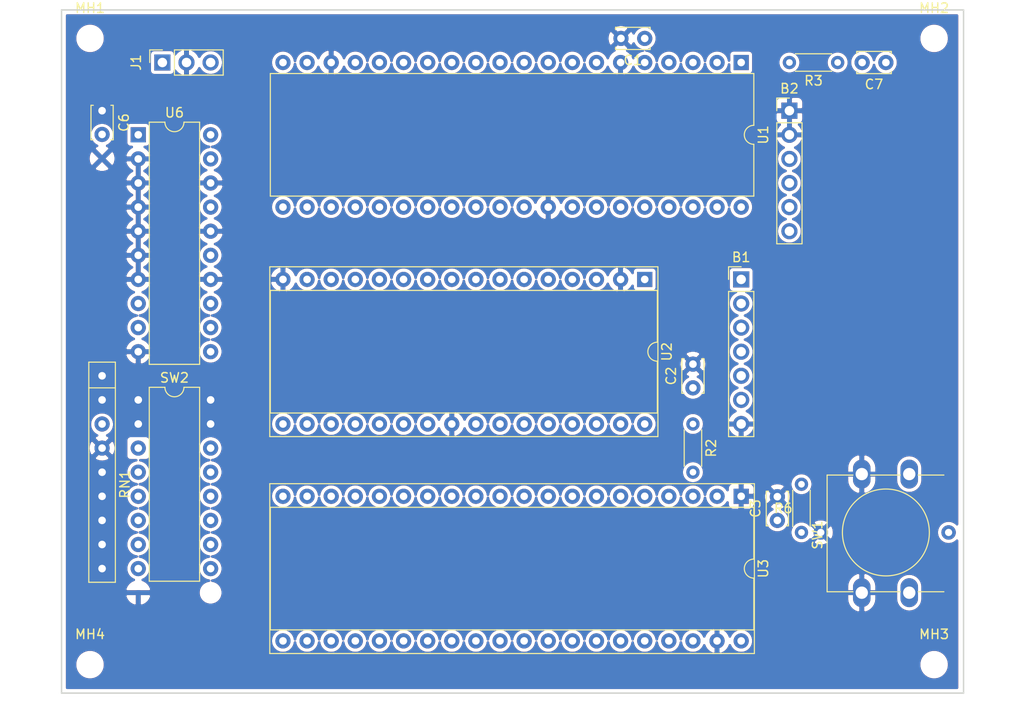
<source format=kicad_pcb>
(kicad_pcb (version 20211014) (generator pcbnew)
  (layers (0 "F.Cu" signal) (31 "B.Cu" signal) (34 "B.Paste" user) (35 "F.Paste" user) (36 "B.SilkS" user "B.Silkscreen") (37 "F.SilkS" user "F.Silkscreen") (38 "B.Mask" user) (39 "F.Mask" user) (44 "Edge.Cuts" user))
  (net 0 "")
  (net 1 "GND")
  (net 2 "/A13")
  (net 3 "VCC")
  (net 4 "/A14")
  (net 5 "/A15")
  (net 6 "/D7")
  (net 7 "/D6")
  (net 8 "/D5")
  (net 9 "/D4")
  (net 10 "/A0")
  (net 11 "/D3")
  (net 12 "/A1")
  (net 13 "/D2")
  (net 14 "/A2")
  (net 15 "/D1")
  (net 16 "/A3")
  (net 17 "/D0")
  (net 18 "/A4")
  (net 19 "/A5")
  (net 20 "/A6")
  (net 21 "/A7")
  (net 22 "/A8")
  (net 23 "/A9")
  (net 24 "/A10")
  (net 25 "/A11")
  (net 26 "/A12")
  (net 27 "/BS")
  (net 28 "/BA")
  (net 29 "/AVMA")
  (net 30 "/LIC")
  (net 31 "/SD_DI")
  (net 32 "/SD_DO")
  (net 33 "/SD_SCK")
  (net 34 "/RD_WR")
  (net 35 "/DBG_RX")
  (net 36 "/DBG_TX")
  (net 37 "/~{USR_SW}")
  (net 38 "Net-(B2-Pad6)")
  (net 39 "Net-(J1-Pad1)")
  (net 40 "Net-(R6-Pad1)")
  (net 41 "/~{SD_CS}")
  (net 42 "/~{RAM_E}")
  (net 43 "/~{HALT}")
  (net 44 "/~{RESET}")
  (net 45 "/~{NMI}")
  (net 46 "/~{IRQ}")
  (net 47 "/~{DBG_RESET}")
  (net 48 "Net-(R2-Pad2)")
  (net 49 "/USR_LED")
  (net 50 "/BUSY")
  (net 51 "/E_CLK")
  (net 52 "/~{IOR}")
  (net 53 "/Q_CLK")
  (net 54 "Net-(RN1-Pad9)")
  (net 55 "Net-(RN1-Pad8)")
  (net 56 "Net-(RN1-Pad7)")
  (net 57 "Net-(RN1-Pad6)")
  (net 58 "Net-(RN1-Pad5)")
  (net 59 "Net-(RN1-Pad4)")
  (net 60 "Net-(RN1-Pad3)")
  (net 61 "Net-(RN1-Pad2)")
  (footprint "Capacitor_THT:C_Disc_D3.4mm_W2.1mm_P2.50mm" (layer "F.Cu") (at 159.42 70 180)
    (fp_text reference "C1" (at 1.25 -2.3) (layer "F.SilkS"))
    (fp_text value "0.1u")
    (fp_line (start -0.57 -1.17) (end -0.57 -0.925) (layer "F.SilkS") (width 0.12))
    (fp_line (start -0.57 -1.17) (end 3.07 -1.17) (layer "F.SilkS") (width 0.12))
    (fp_line (start 3.07 -1.17) (end 3.07 -0.925) (layer "F.SilkS") (width 0.12))
    (fp_line (start 3.07 0.925) (end 3.07 1.17) (layer "F.SilkS") (width 0.12))
    (fp_line (start -0.57 0.925) (end -0.57 1.17) (layer "F.SilkS") (width 0.12))
    (fp_line (start -0.57 1.17) (end 3.07 1.17) (layer "F.SilkS") (width 0.12))
    (pad "1" thru_hole circle locked (at 0 0 180) (size 1.6 1.6) (drill 0.8) (layers *.Cu *.Mask) (net 3 "VCC"))
    (pad "2" thru_hole circle locked (at 2.5 0 180) (size 1.6 1.6) (drill 0.8) (layers *.Cu *.Mask) (net 1 "GND"))
  )
  (footprint "MountingHole:MountingHole_2.2mm_M2" (layer "F.Cu") (at 189.9 70)
    (fp_text reference "MH2" (at 0 -3.2) (layer "F.SilkS"))
    (fp_text value "MountingHole_2.2mm_M2")
    (pad "" np_thru_hole circle locked (at 0 0) (size 2.2 2.2) (drill 2.2) (layers *.Cu *.Mask))
  )
  (footprint "MountingHole:MountingHole_2.2mm_M2" (layer "F.Cu") (at 189.9 136)
    (fp_text reference "MH3" (at 0 -3.2) (layer "F.SilkS"))
    (fp_text value "MountingHole_2.2mm_M2")
    (pad "" np_thru_hole circle locked (at 0 0) (size 2.2 2.2) (drill 2.2) (layers *.Cu *.Mask))
  )
  (footprint "MountingHole:MountingHole_2.2mm_M2" (layer "F.Cu") (at 101 136)
    (fp_text reference "MH4" (at 0 -3.2) (layer "F.SilkS"))
    (fp_text value "MountingHole_2.2mm_M2")
    (pad "" np_thru_hole circle locked (at 0 0) (size 2.2 2.2) (drill 2.2) (layers *.Cu *.Mask))
  )
  (footprint "MountingHole:MountingHole_2.2mm_M2" (layer "F.Cu") (at 101 70)
    (fp_text reference "MH1" (at 0 -3.2) (layer "F.SilkS"))
    (fp_text value "MountingHole_2.2mm_M2")
    (pad "" np_thru_hole circle locked (at 0 0) (size 2.2 2.2) (drill 2.2) (layers *.Cu *.Mask))
  )
  (footprint "Package_DIP:DIP-40_W15.24mm" (layer "F.Cu") (at 169.58 72.54 -90)
    (fp_text reference "U1" (at 7.62 -2.33 90) (layer "F.SilkS"))
    (fp_text value "ATmega4809-P")
    (fp_line (start 14.08 -1.33) (end 8.62 -1.33) (layer "F.SilkS") (width 0.12))
    (fp_line (start 1.16 49.59) (end 14.08 49.59) (layer "F.SilkS") (width 0.12))
    (fp_line (start 6.62 -1.33) (end 1.16 -1.33) (layer "F.SilkS") (width 0.12))
    (fp_line (start 1.16 -1.33) (end 1.16 49.59) (layer "F.SilkS") (width 0.12))
    (fp_line (start 14.08 49.59) (end 14.08 -1.33) (layer "F.SilkS") (width 0.12))
    (fp_arc (start 8.62 -1.33) (mid 7.62 -0.33) (end 6.62 -1.33) (layer "F.SilkS") (width 0.12))
    (pad "1" thru_hole rect locked (at 0 0 270) (size 1.6 1.6) (drill 0.8) (layers *.Cu *.Mask) (net 35 "/DBG_RX"))
    (pad "2" thru_hole oval locked (at 0 2.54 270) (size 1.6 1.6) (drill 0.8) (layers *.Cu *.Mask) (net 36 "/DBG_TX"))
    (pad "3" thru_hole oval locked (at 0 5.08 270) (size 1.6 1.6) (drill 0.8) (layers *.Cu *.Mask) (net 53 "/Q_CLK"))
    (pad "4" thru_hole oval locked (at 0 7.62 270) (size 1.6 1.6) (drill 0.8) (layers *.Cu *.Mask) (net 42 "/~{RAM_E}"))
    (pad "5" thru_hole oval locked (at 0 10.16 270) (size 1.6 1.6) (drill 0.8) (layers *.Cu *.Mask) (net 3 "VCC"))
    (pad "6" thru_hole oval locked (at 0 12.7 270) (size 1.6 1.6) (drill 0.8) (layers *.Cu *.Mask) (net 1 "GND"))
    (pad "7" thru_hole oval locked (at 0 15.24 270) (size 1.6 1.6) (drill 0.8) (layers *.Cu *.Mask) (net 10 "/A0"))
    (pad "8" thru_hole oval locked (at 0 17.78 270) (size 1.6 1.6) (drill 0.8) (layers *.Cu *.Mask) (net 12 "/A1"))
    (pad "9" thru_hole oval locked (at 0 20.32 270) (size 1.6 1.6) (drill 0.8) (layers *.Cu *.Mask) (net 44 "/~{RESET}"))
    (pad "10" thru_hole oval locked (at 0 22.86 270) (size 1.6 1.6) (drill 0.8) (layers *.Cu *.Mask) (net 30 "/LIC"))
    (pad "11" thru_hole oval locked (at 0 25.4 270) (size 1.6 1.6) (drill 0.8) (layers *.Cu *.Mask) (net 34 "/RD_WR"))
    (pad "12" thru_hole oval locked (at 0 27.94 270) (size 1.6 1.6) (drill 0.8) (layers *.Cu *.Mask) (net 29 "/AVMA"))
    (pad "13" thru_hole oval locked (at 0 30.48 270) (size 1.6 1.6) (drill 0.8) (layers *.Cu *.Mask) (net 27 "/BS"))
    (pad "14" thru_hole oval locked (at 0 33.02 270) (size 1.6 1.6) (drill 0.8) (layers *.Cu *.Mask) (net 28 "/BA"))
    (pad "15" thru_hole oval locked (at 0 35.56 270) (size 1.6 1.6) (drill 0.8) (layers *.Cu *.Mask) (net 43 "/~{HALT}"))
    (pad "16" thru_hole oval locked (at 0 38.1 270) (size 1.6 1.6) (drill 0.8) (layers *.Cu *.Mask) (net 50 "/BUSY"))
    (pad "17" thru_hole oval locked (at 0 40.64 270) (size 1.6 1.6) (drill 0.8) (layers *.Cu *.Mask) (net 3 "VCC"))
    (pad "18" thru_hole oval locked (at 0 43.18 270) (size 1.6 1.6) (drill 0.8) (layers *.Cu *.Mask) (net 1 "GND"))
    (pad "19" thru_hole oval locked (at 0 45.72 270) (size 1.6 1.6) (drill 0.8) (layers *.Cu *.Mask) (net 31 "/SD_DI"))
    (pad "20" thru_hole oval locked (at 0 48.26 270) (size 1.6 1.6) (drill 0.8) (layers *.Cu *.Mask) (net 32 "/SD_DO"))
    (pad "21" thru_hole oval locked (at 15.24 48.26 270) (size 1.6 1.6) (drill 0.8) (layers *.Cu *.Mask) (net 33 "/SD_SCK"))
    (pad "22" thru_hole oval locked (at 15.24 45.72 270) (size 1.6 1.6) (drill 0.8) (layers *.Cu *.Mask) (net 41 "/~{SD_CS}"))
    (pad "23" thru_hole oval locked (at 15.24 43.18 270) (size 1.6 1.6) (drill 0.8) (layers *.Cu *.Mask) (net 46 "/~{IRQ}"))
    (pad "24" thru_hole oval locked (at 15.24 40.64 270) (size 1.6 1.6) (drill 0.8) (layers *.Cu *.Mask) (net 45 "/~{NMI}"))
    (pad "25" thru_hole oval locked (at 15.24 38.1 270) (size 1.6 1.6) (drill 0.8) (layers *.Cu *.Mask) (net 51 "/E_CLK"))
    (pad "26" thru_hole oval locked (at 15.24 35.56 270) (size 1.6 1.6) (drill 0.8) (layers *.Cu *.Mask) (net 52 "/~{IOR}"))
    (pad "27" thru_hole oval locked (at 15.24 33.02 270) (size 1.6 1.6) (drill 0.8) (layers *.Cu *.Mask) (net 49 "/USR_LED"))
    (pad "28" thru_hole oval locked (at 15.24 30.48 270) (size 1.6 1.6) (drill 0.8) (layers *.Cu *.Mask) (net 37 "/~{USR_SW}"))
    (pad "29" thru_hole oval locked (at 15.24 27.94 270) (size 1.6 1.6) (drill 0.8) (layers *.Cu *.Mask) (net 47 "/~{DBG_RESET}"))
    (pad "30" thru_hole oval locked (at 15.24 25.4 270) (size 1.6 1.6) (drill 0.8) (layers *.Cu *.Mask) (net 39 "Net-(J1-Pad1)"))
    (pad "31" thru_hole oval locked (at 15.24 22.86 270) (size 1.6 1.6) (drill 0.8) (layers *.Cu *.Mask) (net 3 "VCC"))
    (pad "32" thru_hole oval locked (at 15.24 20.32 270) (size 1.6 1.6) (drill 0.8) (layers *.Cu *.Mask) (net 1 "GND"))
    (pad "33" thru_hole oval locked (at 15.24 17.78 270) (size 1.6 1.6) (drill 0.8) (layers *.Cu *.Mask) (net 17 "/D0"))
    (pad "34" thru_hole oval locked (at 15.24 15.24 270) (size 1.6 1.6) (drill 0.8) (layers *.Cu *.Mask) (net 15 "/D1"))
    (pad "35" thru_hole oval locked (at 15.24 12.7 270) (size 1.6 1.6) (drill 0.8) (layers *.Cu *.Mask) (net 13 "/D2"))
    (pad "36" thru_hole oval locked (at 15.24 10.16 270) (size 1.6 1.6) (drill 0.8) (layers *.Cu *.Mask) (net 11 "/D3"))
    (pad "37" thru_hole oval locked (at 15.24 7.62 270) (size 1.6 1.6) (drill 0.8) (layers *.Cu *.Mask) (net 9 "/D4"))
    (pad "38" thru_hole oval locked (at 15.24 5.08 270) (size 1.6 1.6) (drill 0.8) (layers *.Cu *.Mask) (net 8 "/D5"))
    (pad "39" thru_hole oval locked (at 15.24 2.54 270) (size 1.6 1.6) (drill 0.8) (layers *.Cu *.Mask) (net 7 "/D6"))
    (pad "40" thru_hole oval locked (at 15.24 0 270) (size 1.6 1.6) (drill 0.8) (layers *.Cu *.Mask) (net 6 "/D7"))
  )
  (footprint "Package_DIP:DIP-40_W15.24mm_Socket" (layer "F.Cu") (at 169.58 118.26 -90)
    (fp_text reference "U3" (at 7.62 -2.33 90) (layer "F.SilkS"))
    (fp_text value "HD63C09E")
    (fp_line (start 14.08 -1.33) (end 8.62 -1.33) (layer "F.SilkS") (width 0.12))
    (fp_line (start 16.57 -1.39) (end -1.33 -1.39) (layer "F.SilkS") (width 0.12))
    (fp_line (start 1.16 49.59) (end 14.08 49.59) (layer "F.SilkS") (width 0.12))
    (fp_line (start 6.62 -1.33) (end 1.16 -1.33) (layer "F.SilkS") (width 0.12))
    (fp_line (start 16.57 49.65) (end 16.57 -1.39) (layer "F.SilkS") (width 0.12))
    (fp_line (start 1.16 -1.33) (end 1.16 49.59) (layer "F.SilkS") (width 0.12))
    (fp_line (start 14.08 49.59) (end 14.08 -1.33) (layer "F.SilkS") (width 0.12))
    (fp_line (start -1.33 -1.39) (end -1.33 49.65) (layer "F.SilkS") (width 0.12))
    (fp_line (start -1.33 49.65) (end 16.57 49.65) (layer "F.SilkS") (width 0.12))
    (fp_arc (start 8.62 -1.33) (mid 7.62 -0.33) (end 6.62 -1.33) (layer "F.SilkS") (width 0.12))
    (pad "1" thru_hole rect locked (at 0 0 270) (size 1.6 1.6) (drill 0.8) (layers *.Cu *.Mask) (net 1 "GND"))
    (pad "2" thru_hole oval locked (at 0 2.54 270) (size 1.6 1.6) (drill 0.8) (layers *.Cu *.Mask) (net 45 "/~{NMI}"))
    (pad "3" thru_hole oval locked (at 0 5.08 270) (size 1.6 1.6) (drill 0.8) (layers *.Cu *.Mask) (net 46 "/~{IRQ}"))
    (pad "4" thru_hole oval locked (at 0 7.62 270) (size 1.6 1.6) (drill 0.8) (layers *.Cu *.Mask) (net 48 "Net-(R2-Pad2)"))
    (pad "5" thru_hole oval locked (at 0 10.16 270) (size 1.6 1.6) (drill 0.8) (layers *.Cu *.Mask) (net 27 "/BS"))
    (pad "6" thru_hole oval locked (at 0 12.7 270) (size 1.6 1.6) (drill 0.8) (layers *.Cu *.Mask) (net 28 "/BA"))
    (pad "7" thru_hole oval locked (at 0 15.24 270) (size 1.6 1.6) (drill 0.8) (layers *.Cu *.Mask) (net 3 "VCC"))
    (pad "8" thru_hole oval locked (at 0 17.78 270) (size 1.6 1.6) (drill 0.8) (layers *.Cu *.Mask) (net 10 "/A0"))
    (pad "9" thru_hole oval locked (at 0 20.32 270) (size 1.6 1.6) (drill 0.8) (layers *.Cu *.Mask) (net 12 "/A1"))
    (pad "10" thru_hole oval locked (at 0 22.86 270) (size 1.6 1.6) (drill 0.8) (layers *.Cu *.Mask) (net 14 "/A2"))
    (pad "11" thru_hole oval locked (at 0 25.4 270) (size 1.6 1.6) (drill 0.8) (layers *.Cu *.Mask) (net 16 "/A3"))
    (pad "12" thru_hole oval locked (at 0 27.94 270) (size 1.6 1.6) (drill 0.8) (layers *.Cu *.Mask) (net 18 "/A4"))
    (pad "13" thru_hole oval locked (at 0 30.48 270) (size 1.6 1.6) (drill 0.8) (layers *.Cu *.Mask) (net 19 "/A5"))
    (pad "14" thru_hole oval locked (at 0 33.02 270) (size 1.6 1.6) (drill 0.8) (layers *.Cu *.Mask) (net 20 "/A6"))
    (pad "15" thru_hole oval locked (at 0 35.56 270) (size 1.6 1.6) (drill 0.8) (layers *.Cu *.Mask) (net 21 "/A7"))
    (pad "16" thru_hole oval locked (at 0 38.1 270) (size 1.6 1.6) (drill 0.8) (layers *.Cu *.Mask) (net 22 "/A8"))
    (pad "17" thru_hole oval locked (at 0 40.64 270) (size 1.6 1.6) (drill 0.8) (layers *.Cu *.Mask) (net 23 "/A9"))
    (pad "18" thru_hole oval locked (at 0 43.18 270) (size 1.6 1.6) (drill 0.8) (layers *.Cu *.Mask) (net 24 "/A10"))
    (pad "19" thru_hole oval locked (at 0 45.72 270) (size 1.6 1.6) (drill 0.8) (layers *.Cu *.Mask) (net 25 "/A11"))
    (pad "20" thru_hole oval locked (at 0 48.26 270) (size 1.6 1.6) (drill 0.8) (layers *.Cu *.Mask) (net 26 "/A12"))
    (pad "21" thru_hole oval locked (at 15.24 48.26 270) (size 1.6 1.6) (drill 0.8) (layers *.Cu *.Mask) (net 2 "/A13"))
    (pad "22" thru_hole oval locked (at 15.24 45.72 270) (size 1.6 1.6) (drill 0.8) (layers *.Cu *.Mask) (net 4 "/A14"))
    (pad "23" thru_hole oval locked (at 15.24 43.18 270) (size 1.6 1.6) (drill 0.8) (layers *.Cu *.Mask) (net 5 "/A15"))
    (pad "24" thru_hole oval locked (at 15.24 40.64 270) (size 1.6 1.6) (drill 0.8) (layers *.Cu *.Mask) (net 6 "/D7"))
    (pad "25" thru_hole oval locked (at 15.24 38.1 270) (size 1.6 1.6) (drill 0.8) (layers *.Cu *.Mask) (net 7 "/D6"))
    (pad "26" thru_hole oval locked (at 15.24 35.56 270) (size 1.6 1.6) (drill 0.8) (layers *.Cu *.Mask) (net 8 "/D5"))
    (pad "27" thru_hole oval locked (at 15.24 33.02 270) (size 1.6 1.6) (drill 0.8) (layers *.Cu *.Mask) (net 9 "/D4"))
    (pad "28" thru_hole oval locked (at 15.24 30.48 270) (size 1.6 1.6) (drill 0.8) (layers *.Cu *.Mask) (net 11 "/D3"))
    (pad "29" thru_hole oval locked (at 15.24 27.94 270) (size 1.6 1.6) (drill 0.8) (layers *.Cu *.Mask) (net 13 "/D2"))
    (pad "30" thru_hole oval locked (at 15.24 25.4 270) (size 1.6 1.6) (drill 0.8) (layers *.Cu *.Mask) (net 15 "/D1"))
    (pad "31" thru_hole oval locked (at 15.24 22.86 270) (size 1.6 1.6) (drill 0.8) (layers *.Cu *.Mask) (net 17 "/D0"))
    (pad "32" thru_hole oval locked (at 15.24 20.32 270) (size 1.6 1.6) (drill 0.8) (layers *.Cu *.Mask) (net 34 "/RD_WR"))
    (pad "33" thru_hole oval locked (at 15.24 17.78 270) (size 1.6 1.6) (drill 0.8) (layers *.Cu *.Mask) (net 50 "/BUSY"))
    (pad "34" thru_hole oval locked (at 15.24 15.24 270) (size 1.6 1.6) (drill 0.8) (layers *.Cu *.Mask) (net 51 "/E_CLK"))
    (pad "35" thru_hole oval locked (at 15.24 12.7 270) (size 1.6 1.6) (drill 0.8) (layers *.Cu *.Mask) (net 53 "/Q_CLK"))
    (pad "36" thru_hole oval locked (at 15.24 10.16 270) (size 1.6 1.6) (drill 0.8) (layers *.Cu *.Mask) (net 29 "/AVMA"))
    (pad "37" thru_hole oval locked (at 15.24 7.62 270) (size 1.6 1.6) (drill 0.8) (layers *.Cu *.Mask) (net 44 "/~{RESET}"))
    (pad "38" thru_hole oval locked (at 15.24 5.08 270) (size 1.6 1.6) (drill 0.8) (layers *.Cu *.Mask) (net 30 "/LIC"))
    (pad "39" thru_hole oval locked (at 15.24 2.54 270) (size 1.6 1.6) (drill 0.8) (layers *.Cu *.Mask) (net 1 "GND"))
    (pad "40" thru_hole oval locked (at 15.24 0 270) (size 1.6 1.6) (drill 0.8) (layers *.Cu *.Mask) (net 43 "/~{HALT}"))
  )
  (footprint "Capacitor_THT:C_Disc_D3.4mm_W2.1mm_P2.50mm" (layer "F.Cu") (at 184.82 72.54 180)
    (fp_text reference "C7" (at 1.25 -2.3) (layer "F.SilkS"))
    (fp_text value "0.1u")
    (fp_line (start -0.57 1.17) (end 3.07 1.17) (layer "F.SilkS") (width 0.12))
    (fp_line (start 3.07 -1.17) (end 3.07 -0.925) (layer "F.SilkS") (width 0.12))
    (fp_line (start -0.57 0.925) (end -0.57 1.17) (layer "F.SilkS") (width 0.12))
    (fp_line (start -0.57 -1.17) (end 3.07 -1.17) (layer "F.SilkS") (width 0.12))
    (fp_line (start -0.57 -1.17) (end -0.57 -0.925) (layer "F.SilkS") (width 0.12))
    (fp_line (start 3.07 0.925) (end 3.07 1.17) (layer "F.SilkS") (width 0.12))
    (pad "1" thru_hole circle locked (at 0 0 180) (size 1.6 1.6) (drill 0.8) (layers *.Cu *.Mask) (net 38 "Net-(B2-Pad6)"))
    (pad "2" thru_hole circle locked (at 2.5 0 180) (size 1.6 1.6) (drill 0.8) (layers *.Cu *.Mask) (net 47 "/~{DBG_RESET}"))
  )
  (footprint "Resistor_THT:R_Axial_DIN0204_L3.6mm_D1.6mm_P5.08mm_Horizontal" (layer "F.Cu") (at 179.74 72.54 180)
    (fp_text reference "R3" (at 2.54 -1.92) (layer "F.SilkS"))
    (fp_text value "10k")
    (fp_line (start 0.62 0.92) (end 4.46 0.92) (layer "F.SilkS") (width 0.12))
    (fp_line (start 0.62 -0.92) (end 4.46 -0.92) (layer "F.SilkS") (width 0.12))
    (pad "1" thru_hole circle locked (at 0 0 180) (size 1.4 1.4) (drill 0.7) (layers *.Cu *.Mask) (net 47 "/~{DBG_RESET}"))
    (pad "2" thru_hole oval locked (at 5.08 0 180) (size 1.4 1.4) (drill 0.7) (layers *.Cu *.Mask) (net 3 "VCC"))
  )
  (footprint "Package_DIP:DIP-32_W15.24mm_Socket" (layer "F.Cu") (at 159.42 95.4 -90)
    (fp_text reference "U2" (at 7.62 -2.33 90) (layer "F.SilkS"))
    (fp_text value "HM628128DLP-5")
    (fp_line (start 6.62 -1.33) (end 1.16 -1.33) (layer "F.SilkS") (width 0.12))
    (fp_line (start 16.57 39.49) (end 16.57 -1.39) (layer "F.SilkS") (width 0.12))
    (fp_line (start 14.08 39.43) (end 14.08 -1.33) (layer "F.SilkS") (width 0.12))
    (fp_line (start 1.16 39.43) (end 14.08 39.43) (layer "F.SilkS") (width 0.12))
    (fp_line (start 1.16 -1.33) (end 1.16 39.43) (layer "F.SilkS") (width 0.12))
    (fp_line (start 14.08 -1.33) (end 8.62 -1.33) (layer "F.SilkS") (width 0.12))
    (fp_line (start -1.33 -1.39) (end -1.33 39.49) (layer "F.SilkS") (width 0.12))
    (fp_line (start 16.57 -1.39) (end -1.33 -1.39) (layer "F.SilkS") (width 0.12))
    (fp_line (start -1.33 39.49) (end 16.57 39.49) (layer "F.SilkS") (width 0.12))
    (fp_arc (start 8.62 -1.33) (mid 7.62 -0.33) (end 6.62 -1.33) (layer "F.SilkS") (width 0.12))
    (pad "1" thru_hole rect locked (at 0 0 270) (size 1.6 1.6) (drill 0.8) (layers *.Cu *.Mask))
    (pad "2" thru_hole oval locked (at 0 2.54 270) (size 1.6 1.6) (drill 0.8) (layers *.Cu *.Mask) (net 1 "GND"))
    (pad "3" thru_hole oval locked (at 0 5.08 270) (size 1.6 1.6) (drill 0.8) (layers *.Cu *.Mask) (net 4 "/A14"))
    (pad "4" thru_hole oval locked (at 0 7.62 270) (size 1.6 1.6) (drill 0.8) (layers *.Cu *.Mask) (net 26 "/A12"))
    (pad "5" thru_hole oval locked (at 0 10.16 270) (size 1.6 1.6) (drill 0.8) (layers *.Cu *.Mask) (net 21 "/A7"))
    (pad "6" thru_hole oval locked (at 0 12.7 270) (size 1.6 1.6) (drill 0.8) (layers *.Cu *.Mask) (net 20 "/A6"))
    (pad "7" thru_hole oval locked (at 0 15.24 270) (size 1.6 1.6) (drill 0.8) (layers *.Cu *.Mask) (net 19 "/A5"))
    (pad "8" thru_hole oval locked (at 0 17.78 270) (size 1.6 1.6) (drill 0.8) (layers *.Cu *.Mask) (net 18 "/A4"))
    (pad "9" thru_hole oval locked (at 0 20.32 270) (size 1.6 1.6) (drill 0.8) (layers *.Cu *.Mask) (net 16 "/A3"))
    (pad "10" thru_hole oval locked (at 0 22.86 270) (size 1.6 1.6) (drill 0.8) (layers *.Cu *.Mask) (net 14 "/A2"))
    (pad "11" thru_hole oval locked (at 0 25.4 270) (size 1.6 1.6) (drill 0.8) (layers *.Cu *.Mask) (net 12 "/A1"))
    (pad "12" thru_hole oval locked (at 0 27.94 270) (size 1.6 1.6) (drill 0.8) (layers *.Cu *.Mask) (net 10 "/A0"))
    (pad "13" thru_hole oval locked (at 0 30.48 270) (size 1.6 1.6) (drill 0.8) (layers *.Cu *.Mask) (net 17 "/D0"))
    (pad "14" thru_hole oval locked (at 0 33.02 270) (size 1.6 1.6) (drill 0.8) (layers *.Cu *.Mask) (net 15 "/D1"))
    (pad "15" thru_hole oval locked (at 0 35.56 270) (size 1.6 1.6) (drill 0.8) (layers *.Cu *.Mask) (net 13 "/D2"))
    (pad "16" thru_hole oval locked (at 0 38.1 270) (size 1.6 1.6) (drill 0.8) (layers *.Cu *.Mask) (net 1 "GND"))
    (pad "17" thru_hole oval locked (at 15.24 38.1 270) (size 1.6 1.6) (drill 0.8) (layers *.Cu *.Mask) (net 11 "/D3"))
    (pad "18" thru_hole oval locked (at 15.24 35.56 270) (size 1.6 1.6) (drill 0.8) (layers *.Cu *.Mask) (net 9 "/D4"))
    (pad "19" thru_hole oval locked (at 15.24 33.02 270) (size 1.6 1.6) (drill 0.8) (layers *.Cu *.Mask) (net 8 "/D5"))
    (pad "20" thru_hole oval locked (at 15.24 30.48 270) (size 1.6 1.6) (drill 0.8) (layers *.Cu *.Mask) (net 7 "/D6"))
    (pad "21" thru_hole oval locked (at 15.24 27.94 270) (size 1.6 1.6) (drill 0.8) (layers *.Cu *.Mask) (net 6 "/D7"))
    (pad "22" thru_hole oval locked (at 15.24 25.4 270) (size 1.6 1.6) (drill 0.8) (layers *.Cu *.Mask) (net 42 "/~{RAM_E}"))
    (pad "23" thru_hole oval locked (at 15.24 22.86 270) (size 1.6 1.6) (drill 0.8) (layers *.Cu *.Mask) (net 24 "/A10"))
    (pad "24" thru_hole oval locked (at 15.24 20.32 270) (size 1.6 1.6) (drill 0.8) (layers *.Cu *.Mask) (net 1 "GND"))
    (pad "25" thru_hole oval locked (at 15.24 17.78 270) (size 1.6 1.6) (drill 0.8) (layers *.Cu *.Mask) (net 25 "/A11"))
    (pad "26" thru_hole oval locked (at 15.24 15.24 270) (size 1.6 1.6) (drill 0.8) (layers *.Cu *.Mask) (net 23 "/A9"))
    (pad "27" thru_hole oval locked (at 15.24 12.7 270) (size 1.6 1.6) (drill 0.8) (layers *.Cu *.Mask) (net 22 "/A8"))
    (pad "28" thru_hole oval locked (at 15.24 10.16 270) (size 1.6 1.6) (drill 0.8) (layers *.Cu *.Mask) (net 2 "/A13"))
    (pad "29" thru_hole oval locked (at 15.24 7.62 270) (size 1.6 1.6) (drill 0.8) (layers *.Cu *.Mask) (net 34 "/RD_WR"))
    (pad "30" thru_hole oval locked (at 15.24 5.08 270) (size 1.6 1.6) (drill 0.8) (layers *.Cu *.Mask) (net 51 "/E_CLK"))
    (pad "31" thru_hole oval locked (at 15.24 2.54 270) (size 1.6 1.6) (drill 0.8) (layers *.Cu *.Mask) (net 5 "/A15"))
    (pad "32" thru_hole oval locked (at 15.24 0 270) (size 1.6 1.6) (drill 0.8) (layers *.Cu *.Mask) (net 3 "VCC"))
  )
  (footprint "0-LocalLibrary:uSD_CARD" (layer "F.Cu") (at 169.58 95.4)
    (fp_text reference "B1" (at 0 -2.33) (layer "F.SilkS"))
    (fp_text value "Micro_SD")
    (fp_line (start -1.33 16.57) (end 1.33 16.57) (layer "F.SilkS") (width 0.12))
    (fp_line (start 1.33 1.27) (end 1.33 16.57) (layer "F.SilkS") (width 0.12))
    (fp_line (start -1.33 0) (end -1.33 -1.33) (layer "F.SilkS") (width 0.12))
    (fp_line (start -1.33 1.27) (end -1.33 16.57) (layer "F.SilkS") (width 0.12))
    (fp_line (start -1.33 -1.33) (end 0 -1.33) (layer "F.SilkS") (width 0.12))
    (fp_line (start -1.33 1.27) (end 1.33 1.27) (layer "F.SilkS") (width 0.12))
    (pad "1" thru_hole rect locked (at 0 0) (size 1.7 1.7) (drill 1) (layers *.Cu *.Mask) (net 3 "VCC"))
    (pad "2" thru_hole oval locked (at 0 2.54) (size 1.7 1.7) (drill 1) (layers *.Cu *.Mask) (net 41 "/~{SD_CS}"))
    (pad "3" thru_hole oval locked (at 0 5.08) (size 1.7 1.7) (drill 1) (layers *.Cu *.Mask) (net 31 "/SD_DI"))
    (pad "4" thru_hole oval locked (at 0 7.62) (size 1.7 1.7) (drill 1) (layers *.Cu *.Mask) (net 33 "/SD_SCK"))
    (pad "5" thru_hole oval locked (at 0 10.16) (size 1.7 1.7) (drill 1) (layers *.Cu *.Mask) (net 32 "/SD_DO"))
    (pad "6" thru_hole oval locked (at 0 12.7) (size 1.7 1.7) (drill 1) (layers *.Cu *.Mask))
    (pad "7" thru_hole oval locked (at 0 15.24) (size 1.7 1.7) (drill 1) (layers *.Cu *.Mask) (net 1 "GND"))
  )
  (footprint "0-LocalLibrary:GY232V2" (layer "F.Cu") (at 174.66 77.62)
    (fp_text reference "B2" (at 0 -2.33) (layer "F.SilkS"))
    (fp_text value "USB_Serial")
    (fp_line (start -1.33 -1.33) (end 0 -1.33) (layer "F.SilkS") (width 0.12))
    (fp_line (start -1.33 14.03) (end 1.33 14.03) (layer "F.SilkS") (width 0.12))
    (fp_line (start -1.33 1.27) (end 1.33 1.27) (layer "F.SilkS") (width 0.12))
    (fp_line (start -1.33 1.27) (end -1.33 14.03) (layer "F.SilkS") (width 0.12))
    (fp_line (start 1.33 1.27) (end 1.33 14.03) (layer "F.SilkS") (width 0.12))
    (fp_line (start -1.33 0) (end -1.33 -1.33) (layer "F.SilkS") (width 0.12))
    (pad "1" thru_hole rect locked (at 0 0) (size 1.7 1.7) (drill 1) (layers *.Cu *.Mask) (net 1 "GND"))
    (pad "2" thru_hole oval locked (at 0 2.54) (size 1.7 1.7) (drill 1) (layers *.Cu *.Mask) (net 1 "GND"))
    (pad "3" thru_hole oval locked (at 0 5.08) (size 1.7 1.7) (drill 1) (layers *.Cu *.Mask) (net 3 "VCC"))
    (pad "4" thru_hole oval locked (at 0 7.62) (size 1.7 1.7) (drill 1) (layers *.Cu *.Mask) (net 35 "/DBG_RX"))
    (pad "5" thru_hole oval locked (at 0 10.16) (size 1.7 1.7) (drill 1) (layers *.Cu *.Mask) (net 36 "/DBG_TX"))
    (pad "6" thru_hole oval locked (at 0 12.7) (size 1.7 1.7) (drill 1) (layers *.Cu *.Mask) (net 38 "Net-(B2-Pad6)"))
  )
  (footprint "0-LocalLibrary:SW_PUSH-LED-12mm" (layer "F.Cu") (at 182.28 128.42 90)
    (fp_text reference "SW1" (at 6.08 -4.66 90) (layer "F.SilkS"))
    (fp_text value "TSD1265")
    (fp_line (start 12.4 5.93) (end 12.4 8.65) (layer "F.SilkS") (width 0.12))
    (fp_line (start 0.1 -3.65) (end 12.4 -3.65) (layer "F.SilkS") (width 0.12))
    (fp_line (start 0.1 4.07) (end 0.1 0.93) (layer "F.SilkS") (width 0.12))
    (fp_line (start 12.4 0.93) (end 12.4 4.07) (layer "F.SilkS") (width 0.12))
    (fp_line (start 0.1 8.65) (end 0.1 5.93) (layer "F.SilkS") (width 0.12))
    (fp_line (start 12.4 -3.65) (end 12.4 -0.93) (layer "F.SilkS") (width 0.12))
    (fp_line (start 0.1 -0.93) (end 0.1 -3.65) (layer "F.SilkS") (width 0.12))
    (fp_circle (center 6.35 2.54) (end 10.16 5.08) (layer "F.SilkS") (width 0.12) (fill none))
    (pad "1" thru_hole oval locked (at 0 0 90) (size 3.048 1.85) (drill 1.3) (layers *.Cu *.Mask) (net 1 "GND"))
    (pad "1" thru_hole oval locked (at 12.5 0 90) (size 3.048 1.85) (drill 1.3) (layers *.Cu *.Mask) (net 1 "GND"))
    (pad "2" thru_hole oval locked (at 12.5 5 90) (size 3.048 1.85) (drill 1.3) (layers *.Cu *.Mask) (net 37 "/~{USR_SW}"))
    (pad "2" thru_hole oval locked (at 0 5 90) (size 3.048 1.85) (drill 1.3) (layers *.Cu *.Mask) (net 37 "/~{USR_SW}"))
    (pad "3" thru_hole circle locked (at 6.35 -4.318 90) (size 1.524 1.524) (drill 0.762) (layers *.Cu *.Mask) (net 1 "GND"))
    (pad "4" thru_hole circle locked (at 6.35 9.144 90) (size 1.524 1.524) (drill 0.762) (layers *.Cu *.Mask) (net 40 "Net-(R6-Pad1)"))
  )
  (footprint "Resistor_THT:R_Axial_DIN0204_L3.6mm_D1.6mm_P5.08mm_Horizontal" (layer "F.Cu") (at 175.93 122.07 90)
    (fp_text reference "R6" (at 2.54 -1.92 180) (layer "F.SilkS"))
    (fp_text value "560")
    (fp_line (start 0.62 -0.92) (end 4.46 -0.92) (layer "F.SilkS") (width 0.12))
    (fp_line (start 0.62 0.92) (end 4.46 0.92) (layer "F.SilkS") (width 0.12))
    (pad "1" thru_hole circle locked (at 0 0 90) (size 1.4 1.4) (drill 0.7) (layers *.Cu *.Mask) (net 40 "Net-(R6-Pad1)"))
    (pad "2" thru_hole oval locked (at 5.08 0 90) (size 1.4 1.4) (drill 0.7) (layers *.Cu *.Mask) (net 49 "/USR_LED"))
  )
  (footprint "Resistor_THT:R_Axial_DIN0204_L3.6mm_D1.6mm_P5.08mm_Horizontal" (layer "F.Cu") (at 164.5 110.64 -90)
    (fp_text reference "R2" (at 2.54 -1.92 90) (layer "F.SilkS"))
    (fp_text value "10k")
    (fp_line (start 0.62 0.92) (end 4.46 0.92) (layer "F.SilkS") (width 0.12))
    (fp_line (start 0.62 -0.92) (end 4.46 -0.92) (layer "F.SilkS") (width 0.12))
    (pad "1" thru_hole circle locked (at 0 0 270) (size 1.4 1.4) (drill 0.7) (layers *.Cu *.Mask) (net 3 "VCC"))
    (pad "2" thru_hole oval locked (at 5.08 0 270) (size 1.4 1.4) (drill 0.7) (layers *.Cu *.Mask) (net 48 "Net-(R2-Pad2)"))
  )
  (footprint "Capacitor_THT:C_Disc_D3.4mm_W2.1mm_P2.50mm" (layer "F.Cu") (at 164.5 106.83 90)
    (fp_text reference "C2" (at 1.25 -2.3 90) (layer "F.SilkS"))
    (fp_text value "0.1u")
    (fp_line (start -0.57 0.925) (end -0.57 1.17) (layer "F.SilkS") (width 0.12))
    (fp_line (start -0.57 1.17) (end 3.07 1.17) (layer "F.SilkS") (width 0.12))
    (fp_line (start 3.07 -1.17) (end 3.07 -0.925) (layer "F.SilkS") (width 0.12))
    (fp_line (start 3.07 0.925) (end 3.07 1.17) (layer "F.SilkS") (width 0.12))
    (fp_line (start -0.57 -1.17) (end -0.57 -0.925) (layer "F.SilkS") (width 0.12))
    (fp_line (start -0.57 -1.17) (end 3.07 -1.17) (layer "F.SilkS") (width 0.12))
    (pad "1" thru_hole circle locked (at 0 0 90) (size 1.6 1.6) (drill 0.8) (layers *.Cu *.Mask) (net 3 "VCC"))
    (pad "2" thru_hole circle locked (at 2.5 0 90) (size 1.6 1.6) (drill 0.8) (layers *.Cu *.Mask) (net 1 "GND"))
  )
  (footprint "Package_DIP:DIP-20_W7.62mm" (layer "F.Cu") (at 106.08 80.16)
    (fp_text reference "U6" (at 3.81 -2.33) (layer "F.SilkS"))
    (fp_text value "CD74HCT688")
    (fp_line (start 6.46 -1.33) (end 4.81 -1.33) (layer "F.SilkS") (width 0.12))
    (fp_line (start 6.46 24.19) (end 6.46 -1.33) (layer "F.SilkS") (width 0.12))
    (fp_line (start 1.16 -1.33) (end 1.16 24.19) (layer "F.SilkS") (width 0.12))
    (fp_line (start 2.81 -1.33) (end 1.16 -1.33) (layer "F.SilkS") (width 0.12))
    (fp_line (start 1.16 24.19) (end 6.46 24.19) (layer "F.SilkS") (width 0.12))
    (fp_arc (start 4.81 -1.33) (mid 3.81 -0.33) (end 2.81 -1.33) (layer "F.SilkS") (width 0.12))
    (pad "1" thru_hole rect locked (at 0 0) (size 1.6 1.6) (drill 0.8) (layers *.Cu *.Mask) (net 1 "GND"))
    (pad "2" thru_hole oval locked (at 0 2.54) (size 1.6 1.6) (drill 0.8) (layers *.Cu *.Mask) (net 22 "/A8"))
    (pad "3" thru_hole oval locked (at 0 5.08) (size 1.6 1.6) (drill 0.8) (layers *.Cu *.Mask) (net 61 "Net-(RN1-Pad2)"))
    (pad "4" thru_hole oval locked (at 0 7.62) (size 1.6 1.6) (drill 0.8) (layers *.Cu *.Mask) (net 23 "/A9"))
    (pad "5" thru_hole oval locked (at 0 10.16) (size 1.6 1.6) (drill 0.8) (layers *.Cu *.Mask) (net 60 "Net-(RN1-Pad3)"))
    (pad "6" thru_hole oval locked (at 0 12.7) (size 1.6 1.6) (drill 0.8) (layers *.Cu *.Mask) (net 24 "/A10"))
    (pad "7" thru_hole oval locked (at 0 15.24) (size 1.6 1.6) (drill 0.8) (layers *.Cu *.Mask) (net 59 "Net-(RN1-Pad4)"))
    (pad "8" thru_hole oval locked (at 0 17.78) (size 1.6 1.6) (drill 0.8) (layers *.Cu *.Mask) (net 25 "/A11"))
    (pad "9" thru_hole oval locked (at 0 20.32) (size 1.6 1.6) (drill 0.8) (layers *.Cu *.Mask) (net 58 "Net-(RN1-Pad5)"))
    (pad "10" thru_hole oval locked (at 0 22.86) (size 1.6 1.6) (drill 0.8) (layers *.Cu *.Mask) (net 1 "GND"))
    (pad "11" thru_hole oval locked (at 7.62 22.86) (size 1.6 1.6) (drill 0.8) (layers *.Cu *.Mask) (net 26 "/A12"))
    (pad "12" thru_hole oval locked (at 7.62 20.32) (size 1.6 1.6) (drill 0.8) (layers *.Cu *.Mask) (net 57 "Net-(RN1-Pad6)"))
    (pad "13" thru_hole oval locked (at 7.62 17.78) (size 1.6 1.6) (drill 0.8) (layers *.Cu *.Mask) (net 2 "/A13"))
    (pad "14" thru_hole oval locked (at 7.62 15.24) (size 1.6 1.6) (drill 0.8) (layers *.Cu *.Mask) (net 56 "Net-(RN1-Pad7)"))
    (pad "15" thru_hole oval locked (at 7.62 12.7) (size 1.6 1.6) (drill 0.8) (layers *.Cu *.Mask) (net 4 "/A14"))
    (pad "16" thru_hole oval locked (at 7.62 10.16) (size 1.6 1.6) (drill 0.8) (layers *.Cu *.Mask) (net 55 "Net-(RN1-Pad8)"))
    (pad "17" thru_hole oval locked (at 7.62 7.62) (size 1.6 1.6) (drill 0.8) (layers *.Cu *.Mask) (net 5 "/A15"))
    (pad "18" thru_hole oval locked (at 7.62 5.08) (size 1.6 1.6) (drill 0.8) (layers *.Cu *.Mask) (net 54 "Net-(RN1-Pad9)"))
    (pad "19" thru_hole oval locked (at 7.62 2.54) (size 1.6 1.6) (drill 0.8) (layers *.Cu *.Mask) (net 52 "/~{IOR}"))
    (pad "20" thru_hole oval locked (at 7.62 0) (size 1.6 1.6) (drill 0.8) (layers *.Cu *.Mask) (net 3 "VCC"))
  )
  (footprint "Connector_PinSocket_2.54mm:PinSocket_1x03_P2.54mm_Vertical" (layer "F.Cu") (at 108.62 72.54 90)
    (fp_text reference "J1" (at 0 -2.77 90) (layer "F.SilkS"))
    (fp_text value "Conn_AVR_UPDI")
    (fp_line (start 0 -1.33) (end 1.33 -1.33) (layer "F.SilkS") (width 0.12))
    (fp_line (start -1.33 6.41) (end 1.33 6.41) (layer "F.SilkS") (width 0.12))
    (fp_line (start 1.33 -1.33) (end 1.33 0) (layer "F.SilkS") (width 0.12))
    (fp_line (start -1.33 1.27) (end -1.33 6.41) (layer "F.SilkS") (width 0.12))
    (fp_line (start 1.33 1.27) (end 1.33 6.41) (layer "F.SilkS") (width 0.12))
    (fp_line (start -1.33 1.27) (end 1.33 1.27) (layer "F.SilkS") (width 0.12))
    (pad "1" thru_hole rect locked (at 0 0 90) (size 1.7 1.7) (drill 1) (layers *.Cu *.Mask) (net 39 "Net-(J1-Pad1)"))
    (pad "2" thru_hole oval locked (at 0 2.54 90) (size 1.7 1.7) (drill 1) (layers *.Cu *.Mask) (net 1 "GND"))
    (pad "3" thru_hole oval locked (at 0 5.08 90) (size 1.7 1.7) (drill 1) (layers *.Cu *.Mask) (net 3 "VCC"))
  )
  (footprint "Capacitor_THT:C_Disc_D3.4mm_W2.1mm_P2.50mm" (layer "F.Cu") (at 173.39 120.8 90)
    (fp_text reference "C3" (at 1.25 -2.3 90) (layer "F.SilkS"))
    (fp_text value "0.1u")
    (fp_line (start 3.07 0.925) (end 3.07 1.17) (layer "F.SilkS") (width 0.12))
    (fp_line (start -0.57 0.925) (end -0.57 1.17) (layer "F.SilkS") (width 0.12))
    (fp_line (start -0.57 1.17) (end 3.07 1.17) (layer "F.SilkS") (width 0.12))
    (fp_line (start 3.07 -1.17) (end 3.07 -0.925) (layer "F.SilkS") (width 0.12))
    (fp_line (start -0.57 -1.17) (end 3.07 -1.17) (layer "F.SilkS") (width 0.12))
    (fp_line (start -0.57 -1.17) (end -0.57 -0.925) (layer "F.SilkS") (width 0.12))
    (pad "1" thru_hole circle locked (at 0 0 90) (size 1.6 1.6) (drill 0.8) (layers *.Cu *.Mask) (net 3 "VCC"))
    (pad "2" thru_hole circle locked (at 2.5 0 90) (size 1.6 1.6) (drill 0.8) (layers *.Cu *.Mask) (net 1 "GND"))
  )
  (footprint "Capacitor_THT:C_Disc_D3.4mm_W2.1mm_P2.50mm" (layer "F.Cu") (at 102.27 77.62 -90)
    (fp_text reference "C6" (at 1.25 -2.3 90) (layer "F.SilkS"))
    (fp_text value "0.1u")
    (fp_line (start -0.57 0.925) (end -0.57 1.17) (layer "F.SilkS") (width 0.12))
    (fp_line (start -0.57 -1.17) (end -0.57 -0.925) (layer "F.SilkS") (width 0.12))
    (fp_line (start 3.07 0.925) (end 3.07 1.17) (layer "F.SilkS") (width 0.12))
    (fp_line (start -0.57 1.17) (end 3.07 1.17) (layer "F.SilkS") (width 0.12))
    (fp_line (start 3.07 -1.17) (end 3.07 -0.925) (layer "F.SilkS") (width 0.12))
    (fp_line (start -0.57 -1.17) (end 3.07 -1.17) (layer "F.SilkS") (width 0.12))
    (pad "1" thru_hole circle locked (at 0 0 270) (size 1.6 1.6) (drill 0.8) (layers *.Cu *.Mask) (net 3 "VCC"))
    (pad "2" thru_hole circle locked (at 2.5 0 270) (size 1.6 1.6) (drill 0.8) (layers *.Cu *.Mask) (net 1 "GND"))
  )
  (footprint "Resistor_THT:R_Array_SIP9" (layer "F.Cu") (at 102.27 105.56 -90)
    (fp_text reference "RN1" (at 11.43 -2.4 90) (layer "F.SilkS"))
    (fp_text value "100k")
    (fp_line (start -1.44 -1.4) (end -1.44 1.4) (layer "F.SilkS") (width 0.12))
    (fp_line (start 21.76 -1.4) (end -1.44 -1.4) (layer "F.SilkS") (width 0.12))
    (fp_line (start 1.27 -1.4) (end 1.27 1.4) (layer "F.SilkS") (width 0.12))
    (fp_line (start 21.76 1.4) (end 21.76 -1.4) (layer "F.SilkS") (width 0.12))
    (fp_line (start -1.44 1.4) (end 21.76 1.4) (layer "F.SilkS") (width 0.12))
    (pad "1" thru_hole rect locked (at 0 0 270) (size 1.6 1.6) (drill 0.8) (layers *.Cu *.Mask) (net 3 "VCC"))
    (pad "2" thru_hole oval locked (at 2.54 0 270) (size 1.6 1.6) (drill 0.8) (layers *.Cu *.Mask) (net 61 "Net-(RN1-Pad2)"))
    (pad "3" thru_hole oval locked (at 5.08 0 270) (size 1.6 1.6) (drill 0.8) (layers *.Cu *.Mask) (net 60 "Net-(RN1-Pad3)"))
    (pad "4" thru_hole oval locked (at 7.62 0 270) (size 1.6 1.6) (drill 0.8) (layers *.Cu *.Mask) (net 59 "Net-(RN1-Pad4)"))
    (pad "5" thru_hole oval locked (at 10.16 0 270) (size 1.6 1.6) (drill 0.8) (layers *.Cu *.Mask) (net 58 "Net-(RN1-Pad5)"))
    (pad "6" thru_hole oval locked (at 12.7 0 270) (size 1.6 1.6) (drill 0.8) (layers *.Cu *.Mask) (net 57 "Net-(RN1-Pad6)"))
    (pad "7" thru_hole oval locked (at 15.24 0 270) (size 1.6 1.6) (drill 0.8) (layers *.Cu *.Mask) (net 56 "Net-(RN1-Pad7)"))
    (pad "8" thru_hole oval locked (at 17.78 0 270) (size 1.6 1.6) (drill 0.8) (layers *.Cu *.Mask) (net 55 "Net-(RN1-Pad8)"))
    (pad "9" thru_hole oval locked (at 20.32 0 270) (size 1.6 1.6) (drill 0.8) (layers *.Cu *.Mask) (net 54 "Net-(RN1-Pad9)"))
  )
  (footprint "Package_DIP:DIP-16_W7.62mm" (layer "F.Cu") (at 106.08 108.1)
    (fp_text reference "SW2" (at 3.81 -2.33) (layer "F.SilkS"))
    (fp_text value "SW_DIP_x08")
    (fp_line (start 6.46 19.11) (end 6.46 -1.33) (layer "F.SilkS") (width 0.12))
    (fp_line (start 6.46 -1.33) (end 4.81 -1.33) (layer "F.SilkS") (width 0.12))
    (fp_line (start 1.16 -1.33) (end 1.16 19.11) (layer "F.SilkS") (width 0.12))
    (fp_line (start 1.16 19.11) (end 6.46 19.11) (layer "F.SilkS") (width 0.12))
    (fp_line (start 2.81 -1.33) (end 1.16 -1.33) (layer "F.SilkS") (width 0.12))
    (fp_arc (start 4.81 -1.33) (mid 3.81 -0.33) (end 2.81 -1.33) (layer "F.SilkS") (width 0.12))
    (pad "1" thru_hole rect locked (at 0 0) (size 1.6 1.6) (drill 0.8) (layers *.Cu *.Mask) (net 61 "Net-(RN1-Pad2)"))
    (pad "2" thru_hole oval locked (at 0 2.54) (size 1.6 1.6) (drill 0.8) (layers *.Cu *.Mask) (net 60 "Net-(RN1-Pad3)"))
    (pad "3" thru_hole oval locked (at 0 5.08) (size 1.6 1.6) (drill 0.8) (layers *.Cu *.Mask) (net 59 "Net-(RN1-Pad4)"))
    (pad "4" thru_hole oval locked (at 0 7.62) (size 1.6 1.6) (drill 0.8) (layers *.Cu *.Mask) (net 58 "Net-(RN1-Pad5)"))
    (pad "5" thru_hole oval locked (at 0 10.16) (size 1.6 1.6) (drill 0.8) (layers *.Cu *.Mask) (net 57 "Net-(RN1-Pad6)"))
    (pad "6" thru_hole oval locked (at 0 12.7) (size 1.6 1.6) (drill 0.8) (layers *.Cu *.Mask) (net 56 "Net-(RN1-Pad7)"))
    (pad "7" thru_hole oval locked (at 0 15.24) (size 1.6 1.6) (drill 0.8) (layers *.Cu *.Mask) (net 55 "Net-(RN1-Pad8)"))
    (pad "8" thru_hole oval locked (at 0 17.78) (size 1.6 1.6) (drill 0.8) (layers *.Cu *.Mask) (net 54 "Net-(RN1-Pad9)"))
    (pad "9" thru_hole oval locked (at 7.62 17.78) (size 1.6 1.6) (drill 0.8) (layers *.Cu *.Mask) (net 1 "GND"))
    (pad "10" thru_hole oval locked (at 7.62 15.24) (size 1.6 1.6) (drill 0.8) (layers *.Cu *.Mask) (net 1 "GND"))
    (pad "11" thru_hole oval locked (at 7.62 12.7) (size 1.6 1.6) (drill 0.8) (layers *.Cu *.Mask) (net 1 "GND"))
    (pad "12" thru_hole oval locked (at 7.62 10.16) (size 1.6 1.6) (drill 0.8) (layers *.Cu *.Mask) (net 1 "GND"))
    (pad "13" thru_hole oval locked (at 7.62 7.62) (size 1.6 1.6) (drill 0.8) (layers *.Cu *.Mask) (net 1 "GND"))
    (pad "14" thru_hole oval locked (at 7.62 5.08) (size 1.6 1.6) (drill 0.8) (layers *.Cu *.Mask) (net 1 "GND"))
    (pad "15" thru_hole oval locked (at 7.62 2.54) (size 1.6 1.6) (drill 0.8) (layers *.Cu *.Mask) (net 1 "GND"))
    (pad "16" thru_hole oval locked (at 7.62 0) (size 1.6 1.6) (drill 0.8) (layers *.Cu *.Mask) (net 1 "GND"))
  )
  (gr_line (start 98 139) (end 98 67) (layer "Edge.Cuts") (width 0.15))
  (gr_line (start 98 67) (end 193 67) (layer "Edge.Cuts") (width 0.15))
  (gr_line (start 193 139) (end 98 139) (layer "Edge.Cuts") (width 0.15))
  (gr_line (start 193 67) (end 193 139) (layer "Edge.Cuts") (width 0.15))
  (zone (net 1) (net_name "GND") (layer "F.Cu") (connect_pads (clearance 0.35)) (min_thickness 0.254) (fill yes (thermal_gap 0.508) (thermal_bridge_width 0.508))
    (polygon (pts (xy 192.44 138.58) (xy 98.46 138.58) (xy 98.46 67.46) (xy 192.44 67.46)))
  )
  (zone (net 1) (net_name "GND") (layer "B.Cu") (connect_pads (clearance 0.35)) (min_thickness 0.254) (fill yes (thermal_gap 0.508) (thermal_bridge_width 0.508))
    (polygon (pts (xy 192.44 138.58) (xy 98.46 138.58) (xy 98.46 67.46) (xy 192.44 67.46)))
  )
)
</source>
